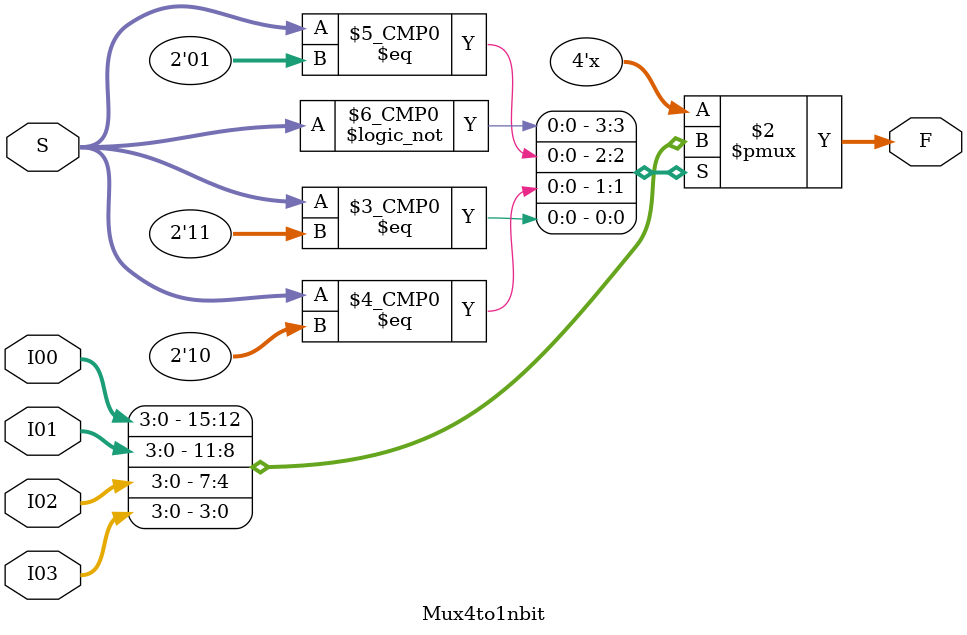
<source format=v>
module Mux4to1nbit (F, S, I00, I01, I02, I03);
parameter N = 4;
input [1:0] S;
input [N-1:0] I00, I01, I02, I03;
output reg [N-1:0] F;
always @(*) begin
 case (S)
   2'b00: F <= I00;
   2'b01: F <= I01;
   2'b10: F <= I02;
   2'b11: F <= I03;
 endcase 
end
endmodule

</source>
